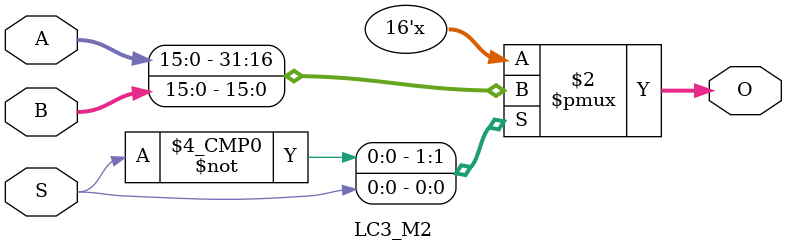
<source format=v>
`timescale 1ns / 1ps
module LC3_M2(
    input [15:0] B,
    input [15:0] A,
    input S,
    output reg [15:0] O
    );

	 always @(*) begin
        case (S)
		      1'd0: O = A;
				1'd1: O = B;
	         default: $display("ERROR: INVALID MUX SIGNAL");
				// Non-blocking assignments because the mux is combinational
		  endcase
    end


endmodule

</source>
